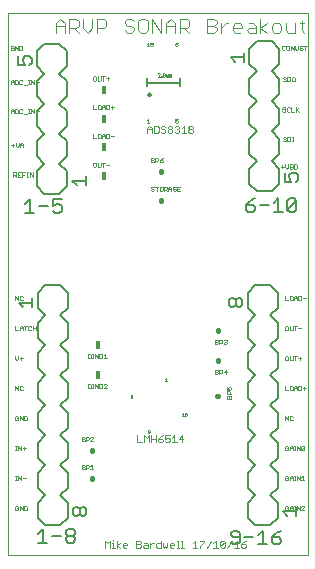
<source format=gto>
G75*
%MOIN*%
%OFA0B0*%
%FSLAX25Y25*%
%IPPOS*%
%LPD*%
%AMOC8*
5,1,8,0,0,1.08239X$1,22.5*
%
%ADD10C,0.00000*%
%ADD11C,0.00400*%
%ADD12C,0.00200*%
%ADD13C,0.00100*%
%ADD14C,0.00600*%
%ADD15C,0.00500*%
%ADD16C,0.01500*%
%ADD17R,0.01600X0.02800*%
%ADD18R,0.01500X0.03000*%
D10*
X0002000Y0001000D02*
X0002000Y0181800D01*
X0102000Y0181800D01*
X0102000Y0001000D01*
X0002000Y0001000D01*
D11*
X0018000Y0175300D02*
X0018000Y0178369D01*
X0019535Y0179904D01*
X0021069Y0178369D01*
X0021069Y0175300D01*
X0022604Y0175300D02*
X0022604Y0179904D01*
X0024906Y0179904D01*
X0025673Y0179137D01*
X0025673Y0177602D01*
X0024906Y0176835D01*
X0022604Y0176835D01*
X0021069Y0177602D02*
X0018000Y0177602D01*
X0024139Y0176835D02*
X0025673Y0175300D01*
X0027208Y0176835D02*
X0028742Y0175300D01*
X0030277Y0176835D01*
X0030277Y0179904D01*
X0031812Y0179904D02*
X0034114Y0179904D01*
X0034881Y0179137D01*
X0034881Y0177602D01*
X0034114Y0176835D01*
X0031812Y0176835D01*
X0031812Y0175300D02*
X0031812Y0179904D01*
X0027208Y0179904D02*
X0027208Y0176835D01*
X0041020Y0176067D02*
X0041787Y0175300D01*
X0043322Y0175300D01*
X0044089Y0176067D01*
X0044089Y0176835D01*
X0043322Y0177602D01*
X0041787Y0177602D01*
X0041020Y0178369D01*
X0041020Y0179137D01*
X0041787Y0179904D01*
X0043322Y0179904D01*
X0044089Y0179137D01*
X0045624Y0179137D02*
X0045624Y0176067D01*
X0046391Y0175300D01*
X0047926Y0175300D01*
X0048693Y0176067D01*
X0048693Y0179137D01*
X0047926Y0179904D01*
X0046391Y0179904D01*
X0045624Y0179137D01*
X0050227Y0179904D02*
X0050227Y0175300D01*
X0053297Y0175300D02*
X0050227Y0179904D01*
X0053297Y0179904D02*
X0053297Y0175300D01*
X0054831Y0175300D02*
X0054831Y0178369D01*
X0056366Y0179904D01*
X0057901Y0178369D01*
X0057901Y0175300D01*
X0059435Y0175300D02*
X0059435Y0179904D01*
X0061737Y0179904D01*
X0062505Y0179137D01*
X0062505Y0177602D01*
X0061737Y0176835D01*
X0059435Y0176835D01*
X0057901Y0177602D02*
X0054831Y0177602D01*
X0060970Y0176835D02*
X0062505Y0175300D01*
X0068643Y0175300D02*
X0070945Y0175300D01*
X0071712Y0176067D01*
X0071712Y0176835D01*
X0070945Y0177602D01*
X0068643Y0177602D01*
X0068643Y0179904D02*
X0070945Y0179904D01*
X0071712Y0179137D01*
X0071712Y0178369D01*
X0070945Y0177602D01*
X0073247Y0178369D02*
X0073247Y0175300D01*
X0073247Y0176835D02*
X0074782Y0178369D01*
X0075549Y0178369D01*
X0077084Y0177602D02*
X0077084Y0176067D01*
X0077851Y0175300D01*
X0079386Y0175300D01*
X0080153Y0176835D02*
X0077084Y0176835D01*
X0077084Y0177602D02*
X0077851Y0178369D01*
X0079386Y0178369D01*
X0080153Y0177602D01*
X0080153Y0176835D01*
X0081688Y0176067D02*
X0082455Y0176835D01*
X0084757Y0176835D01*
X0084757Y0177602D02*
X0084757Y0175300D01*
X0082455Y0175300D01*
X0081688Y0176067D01*
X0082455Y0178369D02*
X0083990Y0178369D01*
X0084757Y0177602D01*
X0086292Y0176835D02*
X0088594Y0178369D01*
X0090128Y0177602D02*
X0090128Y0176067D01*
X0090895Y0175300D01*
X0092430Y0175300D01*
X0093197Y0176067D01*
X0093197Y0177602D01*
X0092430Y0178369D01*
X0090895Y0178369D01*
X0090128Y0177602D01*
X0088594Y0175300D02*
X0086292Y0176835D01*
X0086292Y0175300D02*
X0086292Y0179904D01*
X0094732Y0178369D02*
X0094732Y0176067D01*
X0095499Y0175300D01*
X0097801Y0175300D01*
X0097801Y0178369D01*
X0099336Y0178369D02*
X0100871Y0178369D01*
X0100103Y0179137D02*
X0100103Y0176067D01*
X0100871Y0175300D01*
X0068643Y0175300D02*
X0068643Y0179904D01*
D12*
X0063463Y0144202D02*
X0062695Y0144202D01*
X0062312Y0143818D01*
X0062312Y0143435D01*
X0062695Y0143051D01*
X0063463Y0143051D01*
X0063846Y0142667D01*
X0063846Y0142284D01*
X0063463Y0141900D01*
X0062695Y0141900D01*
X0062312Y0142284D01*
X0062312Y0142667D01*
X0062695Y0143051D01*
X0063463Y0143051D02*
X0063846Y0143435D01*
X0063846Y0143818D01*
X0063463Y0144202D01*
X0061544Y0141900D02*
X0060010Y0141900D01*
X0060777Y0141900D02*
X0060777Y0144202D01*
X0060010Y0143435D01*
X0059242Y0143435D02*
X0058859Y0143051D01*
X0059242Y0142667D01*
X0059242Y0142284D01*
X0058859Y0141900D01*
X0058091Y0141900D01*
X0057708Y0142284D01*
X0056941Y0142284D02*
X0056941Y0142667D01*
X0056557Y0143051D01*
X0055790Y0143051D01*
X0055406Y0143435D01*
X0055406Y0143818D01*
X0055790Y0144202D01*
X0056557Y0144202D01*
X0056941Y0143818D01*
X0056941Y0143435D01*
X0056557Y0143051D01*
X0055790Y0143051D02*
X0055406Y0142667D01*
X0055406Y0142284D01*
X0055790Y0141900D01*
X0056557Y0141900D01*
X0056941Y0142284D01*
X0058475Y0143051D02*
X0058859Y0143051D01*
X0059242Y0143435D02*
X0059242Y0143818D01*
X0058859Y0144202D01*
X0058091Y0144202D01*
X0057708Y0143818D01*
X0054639Y0143818D02*
X0054255Y0144202D01*
X0053488Y0144202D01*
X0053104Y0143818D01*
X0053104Y0143435D01*
X0053488Y0143051D01*
X0054255Y0143051D01*
X0054639Y0142667D01*
X0054639Y0142284D01*
X0054255Y0141900D01*
X0053488Y0141900D01*
X0053104Y0142284D01*
X0052337Y0142284D02*
X0052337Y0143818D01*
X0051953Y0144202D01*
X0050802Y0144202D01*
X0050802Y0141900D01*
X0051953Y0141900D01*
X0052337Y0142284D01*
X0050035Y0141900D02*
X0050035Y0143435D01*
X0049267Y0144202D01*
X0048500Y0143435D01*
X0048500Y0141900D01*
X0048500Y0143051D02*
X0050035Y0143051D01*
X0049904Y0041002D02*
X0049904Y0038700D01*
X0049137Y0038700D02*
X0049137Y0041002D01*
X0048369Y0040235D01*
X0047602Y0041002D01*
X0047602Y0038700D01*
X0046835Y0038700D02*
X0045300Y0038700D01*
X0045300Y0041002D01*
X0049904Y0039851D02*
X0051439Y0039851D01*
X0052206Y0039851D02*
X0053357Y0039851D01*
X0053741Y0039467D01*
X0053741Y0039084D01*
X0053357Y0038700D01*
X0052590Y0038700D01*
X0052206Y0039084D01*
X0052206Y0039851D01*
X0052973Y0040618D01*
X0053741Y0041002D01*
X0054508Y0041002D02*
X0054508Y0039851D01*
X0055275Y0040235D01*
X0055659Y0040235D01*
X0056042Y0039851D01*
X0056042Y0039084D01*
X0055659Y0038700D01*
X0054891Y0038700D01*
X0054508Y0039084D01*
X0054508Y0041002D02*
X0056042Y0041002D01*
X0056810Y0040235D02*
X0057577Y0041002D01*
X0057577Y0038700D01*
X0056810Y0038700D02*
X0058344Y0038700D01*
X0059112Y0039851D02*
X0060646Y0039851D01*
X0060263Y0038700D02*
X0060263Y0041002D01*
X0059112Y0039851D01*
X0051439Y0041002D02*
X0051439Y0038700D01*
X0053016Y0005902D02*
X0053016Y0003600D01*
X0051865Y0003600D01*
X0051481Y0003984D01*
X0051481Y0004751D01*
X0051865Y0005135D01*
X0053016Y0005135D01*
X0053783Y0005135D02*
X0053783Y0003984D01*
X0054167Y0003600D01*
X0054550Y0003984D01*
X0054934Y0003600D01*
X0055318Y0003984D01*
X0055318Y0005135D01*
X0056085Y0004751D02*
X0056469Y0005135D01*
X0057236Y0005135D01*
X0057620Y0004751D01*
X0057620Y0004367D01*
X0056085Y0004367D01*
X0056085Y0003984D02*
X0056085Y0004751D01*
X0056085Y0003984D02*
X0056469Y0003600D01*
X0057236Y0003600D01*
X0058387Y0003600D02*
X0059154Y0003600D01*
X0058771Y0003600D02*
X0058771Y0005902D01*
X0058387Y0005902D01*
X0059922Y0005902D02*
X0060305Y0005902D01*
X0060305Y0003600D01*
X0059922Y0003600D02*
X0060689Y0003600D01*
X0063758Y0003600D02*
X0065293Y0003600D01*
X0066060Y0003600D02*
X0066060Y0003984D01*
X0067595Y0005518D01*
X0067595Y0005902D01*
X0066060Y0005902D01*
X0064525Y0005902D02*
X0064525Y0003600D01*
X0063758Y0005135D02*
X0064525Y0005902D01*
X0068362Y0003600D02*
X0069897Y0005902D01*
X0070664Y0005135D02*
X0071431Y0005902D01*
X0071431Y0003600D01*
X0070664Y0003600D02*
X0072199Y0003600D01*
X0072966Y0003984D02*
X0074501Y0005518D01*
X0074501Y0003984D01*
X0074117Y0003600D01*
X0073350Y0003600D01*
X0072966Y0003984D01*
X0072966Y0005518D01*
X0073350Y0005902D01*
X0074117Y0005902D01*
X0074501Y0005518D01*
X0075268Y0003600D02*
X0076803Y0005902D01*
X0077570Y0005135D02*
X0078337Y0005902D01*
X0078337Y0003600D01*
X0077570Y0003600D02*
X0079104Y0003600D01*
X0079872Y0003984D02*
X0080255Y0003600D01*
X0081023Y0003600D01*
X0081406Y0003984D01*
X0081406Y0004367D01*
X0081023Y0004751D01*
X0079872Y0004751D01*
X0079872Y0003984D01*
X0079872Y0004751D02*
X0080639Y0005518D01*
X0081406Y0005902D01*
X0050714Y0005135D02*
X0050330Y0005135D01*
X0049563Y0004367D01*
X0049563Y0003600D02*
X0049563Y0005135D01*
X0048795Y0004751D02*
X0048795Y0003600D01*
X0047644Y0003600D01*
X0047261Y0003984D01*
X0047644Y0004367D01*
X0048795Y0004367D01*
X0048795Y0004751D02*
X0048412Y0005135D01*
X0047644Y0005135D01*
X0046493Y0005135D02*
X0046493Y0005518D01*
X0046110Y0005902D01*
X0044959Y0005902D01*
X0044959Y0003600D01*
X0046110Y0003600D01*
X0046493Y0003984D01*
X0046493Y0004367D01*
X0046110Y0004751D01*
X0044959Y0004751D01*
X0046110Y0004751D02*
X0046493Y0005135D01*
X0041890Y0004751D02*
X0041890Y0004367D01*
X0040355Y0004367D01*
X0040355Y0003984D02*
X0040355Y0004751D01*
X0040739Y0005135D01*
X0041506Y0005135D01*
X0041890Y0004751D01*
X0041506Y0003600D02*
X0040739Y0003600D01*
X0040355Y0003984D01*
X0039588Y0003600D02*
X0038437Y0004367D01*
X0039588Y0005135D01*
X0038437Y0005902D02*
X0038437Y0003600D01*
X0037669Y0003600D02*
X0036902Y0003600D01*
X0037286Y0003600D02*
X0037286Y0005135D01*
X0036902Y0005135D01*
X0037286Y0005902D02*
X0037286Y0006286D01*
X0036135Y0005902D02*
X0036135Y0003600D01*
X0035367Y0005135D02*
X0036135Y0005902D01*
X0035367Y0005135D02*
X0034600Y0005902D01*
X0034600Y0003600D01*
D13*
X0030622Y0029675D02*
X0029622Y0029675D01*
X0030122Y0029675D02*
X0030122Y0031176D01*
X0029622Y0030676D01*
X0029149Y0030926D02*
X0028899Y0031176D01*
X0028148Y0031176D01*
X0028148Y0029675D01*
X0028148Y0030175D02*
X0028899Y0030175D01*
X0029149Y0030426D01*
X0029149Y0030926D01*
X0027676Y0030926D02*
X0027426Y0031176D01*
X0026675Y0031176D01*
X0026675Y0029675D01*
X0027426Y0029675D01*
X0027676Y0029925D01*
X0027676Y0030175D01*
X0027426Y0030426D01*
X0026675Y0030426D01*
X0027426Y0030426D02*
X0027676Y0030676D01*
X0027676Y0030926D01*
X0027426Y0039050D02*
X0026675Y0039050D01*
X0026675Y0040551D01*
X0027426Y0040551D01*
X0027676Y0040301D01*
X0027676Y0040051D01*
X0027426Y0039801D01*
X0026675Y0039801D01*
X0027426Y0039801D02*
X0027676Y0039550D01*
X0027676Y0039300D01*
X0027426Y0039050D01*
X0028148Y0039050D02*
X0028148Y0040551D01*
X0028899Y0040551D01*
X0029149Y0040301D01*
X0029149Y0039801D01*
X0028899Y0039550D01*
X0028148Y0039550D01*
X0029622Y0039050D02*
X0030622Y0040051D01*
X0030622Y0040301D01*
X0030372Y0040551D01*
X0029872Y0040551D01*
X0029622Y0040301D01*
X0029622Y0039050D02*
X0030622Y0039050D01*
X0030648Y0056700D02*
X0030148Y0056700D01*
X0030398Y0056700D02*
X0030398Y0058201D01*
X0030148Y0058201D02*
X0030648Y0058201D01*
X0031130Y0058201D02*
X0032131Y0056700D01*
X0032131Y0058201D01*
X0032603Y0058201D02*
X0033354Y0058201D01*
X0033604Y0057951D01*
X0033604Y0056950D01*
X0033354Y0056700D01*
X0032603Y0056700D01*
X0032603Y0058201D01*
X0034077Y0057951D02*
X0034327Y0058201D01*
X0034827Y0058201D01*
X0035078Y0057951D01*
X0035078Y0057701D01*
X0034077Y0056700D01*
X0035078Y0056700D01*
X0031130Y0056700D02*
X0031130Y0058201D01*
X0029676Y0057951D02*
X0029425Y0058201D01*
X0028675Y0058201D01*
X0028675Y0056700D01*
X0029425Y0056700D01*
X0029676Y0056950D01*
X0029676Y0057951D01*
X0029425Y0066700D02*
X0028675Y0066700D01*
X0028675Y0068201D01*
X0029425Y0068201D01*
X0029676Y0067951D01*
X0029676Y0066950D01*
X0029425Y0066700D01*
X0030148Y0066700D02*
X0030648Y0066700D01*
X0030398Y0066700D02*
X0030398Y0068201D01*
X0030148Y0068201D02*
X0030648Y0068201D01*
X0031130Y0068201D02*
X0032131Y0066700D01*
X0032131Y0068201D01*
X0032603Y0068201D02*
X0032603Y0066700D01*
X0033354Y0066700D01*
X0033604Y0066950D01*
X0033604Y0067951D01*
X0033354Y0068201D01*
X0032603Y0068201D01*
X0034077Y0067701D02*
X0034577Y0068201D01*
X0034577Y0066700D01*
X0034077Y0066700D02*
X0035078Y0066700D01*
X0031130Y0066700D02*
X0031130Y0068201D01*
X0043050Y0054451D02*
X0043050Y0054000D01*
X0043350Y0054151D01*
X0043500Y0054151D01*
X0043651Y0054000D01*
X0043651Y0053700D01*
X0043500Y0053550D01*
X0043200Y0053550D01*
X0043050Y0053700D01*
X0043050Y0054451D02*
X0043651Y0054451D01*
X0048900Y0042751D02*
X0048750Y0042601D01*
X0048750Y0042451D01*
X0048900Y0042300D01*
X0049351Y0042300D01*
X0049351Y0042000D02*
X0049351Y0042601D01*
X0049200Y0042751D01*
X0048900Y0042751D01*
X0048750Y0042000D02*
X0048900Y0041850D01*
X0049200Y0041850D01*
X0049351Y0042000D01*
X0060250Y0047550D02*
X0060851Y0047550D01*
X0060550Y0047550D02*
X0060550Y0048451D01*
X0060250Y0048151D01*
X0061171Y0048301D02*
X0061321Y0048451D01*
X0061621Y0048451D01*
X0061771Y0048301D01*
X0061771Y0048151D01*
X0061621Y0048000D01*
X0061771Y0047850D01*
X0061771Y0047700D01*
X0061621Y0047550D01*
X0061321Y0047550D01*
X0061171Y0047700D01*
X0061471Y0048000D02*
X0061621Y0048000D01*
X0055251Y0059150D02*
X0054650Y0059150D01*
X0054950Y0059150D02*
X0054950Y0060051D01*
X0054650Y0059751D01*
X0071130Y0061450D02*
X0071881Y0061450D01*
X0072131Y0061700D01*
X0072131Y0061950D01*
X0071881Y0062201D01*
X0071130Y0062201D01*
X0071130Y0062951D02*
X0071881Y0062951D01*
X0072131Y0062701D01*
X0072131Y0062451D01*
X0071881Y0062201D01*
X0072603Y0061950D02*
X0073354Y0061950D01*
X0073604Y0062201D01*
X0073604Y0062701D01*
X0073354Y0062951D01*
X0072603Y0062951D01*
X0072603Y0061450D01*
X0074077Y0062201D02*
X0075078Y0062201D01*
X0074827Y0062951D02*
X0074077Y0062201D01*
X0074827Y0062951D02*
X0074827Y0061450D01*
X0075049Y0057203D02*
X0075049Y0056202D01*
X0075799Y0056202D01*
X0075549Y0056702D01*
X0075549Y0056952D01*
X0075799Y0057203D01*
X0076300Y0057203D01*
X0076550Y0056952D01*
X0076550Y0056452D01*
X0076300Y0056202D01*
X0075799Y0055729D02*
X0076050Y0055479D01*
X0076050Y0054728D01*
X0076050Y0054256D02*
X0076300Y0054256D01*
X0076550Y0054006D01*
X0076550Y0053255D01*
X0075049Y0053255D01*
X0075049Y0054006D01*
X0075299Y0054256D01*
X0075549Y0054256D01*
X0075799Y0054006D01*
X0075799Y0053255D01*
X0075799Y0054006D02*
X0076050Y0054256D01*
X0076550Y0054728D02*
X0075049Y0054728D01*
X0075049Y0055479D01*
X0075299Y0055729D01*
X0075799Y0055729D01*
X0071130Y0061450D02*
X0071130Y0062951D01*
X0071130Y0071450D02*
X0071881Y0071450D01*
X0072131Y0071700D01*
X0072131Y0071950D01*
X0071881Y0072201D01*
X0071130Y0072201D01*
X0071130Y0072951D02*
X0071881Y0072951D01*
X0072131Y0072701D01*
X0072131Y0072451D01*
X0071881Y0072201D01*
X0072603Y0071950D02*
X0073354Y0071950D01*
X0073604Y0072201D01*
X0073604Y0072701D01*
X0073354Y0072951D01*
X0072603Y0072951D01*
X0072603Y0071450D01*
X0074077Y0071700D02*
X0074327Y0071450D01*
X0074827Y0071450D01*
X0075078Y0071700D01*
X0075078Y0071950D01*
X0074827Y0072201D01*
X0074577Y0072201D01*
X0074827Y0072201D02*
X0075078Y0072451D01*
X0075078Y0072701D01*
X0074827Y0072951D01*
X0074327Y0072951D01*
X0074077Y0072701D01*
X0071130Y0072951D02*
X0071130Y0071450D01*
X0094550Y0067301D02*
X0094550Y0066300D01*
X0094800Y0066050D01*
X0095301Y0066050D01*
X0095551Y0066300D01*
X0095551Y0067301D01*
X0095301Y0067551D01*
X0094800Y0067551D01*
X0094550Y0067301D01*
X0096023Y0067551D02*
X0096023Y0066300D01*
X0096273Y0066050D01*
X0096774Y0066050D01*
X0097024Y0066300D01*
X0097024Y0067551D01*
X0097497Y0067551D02*
X0098497Y0067551D01*
X0097997Y0067551D02*
X0097997Y0066050D01*
X0098970Y0066801D02*
X0099971Y0066801D01*
X0099470Y0067301D02*
X0099470Y0066300D01*
X0099720Y0057551D02*
X0098970Y0057551D01*
X0098970Y0056050D01*
X0099720Y0056050D01*
X0099971Y0056300D01*
X0099971Y0057301D01*
X0099720Y0057551D01*
X0100443Y0056801D02*
X0101444Y0056801D01*
X0100943Y0057301D02*
X0100943Y0056300D01*
X0098497Y0056050D02*
X0098497Y0057051D01*
X0097997Y0057551D01*
X0097497Y0057051D01*
X0097497Y0056050D01*
X0097024Y0056300D02*
X0097024Y0057301D01*
X0096774Y0057551D01*
X0096273Y0057551D01*
X0096023Y0057301D01*
X0096023Y0056300D01*
X0096273Y0056050D01*
X0096774Y0056050D01*
X0097024Y0056300D01*
X0097497Y0056801D02*
X0098497Y0056801D01*
X0095551Y0056050D02*
X0094550Y0056050D01*
X0094550Y0057551D01*
X0094550Y0047551D02*
X0095551Y0046050D01*
X0095551Y0047551D01*
X0096023Y0047301D02*
X0096273Y0047551D01*
X0096774Y0047551D01*
X0097024Y0047301D01*
X0096023Y0047301D02*
X0096023Y0046300D01*
X0096273Y0046050D01*
X0096774Y0046050D01*
X0097024Y0046300D01*
X0094550Y0046050D02*
X0094550Y0047551D01*
X0094800Y0037551D02*
X0094550Y0037301D01*
X0094550Y0036300D01*
X0094800Y0036050D01*
X0095301Y0036050D01*
X0095551Y0036300D01*
X0095551Y0036801D01*
X0095050Y0036801D01*
X0095551Y0037301D02*
X0095301Y0037551D01*
X0094800Y0037551D01*
X0096023Y0037051D02*
X0096023Y0036050D01*
X0096023Y0036801D02*
X0097024Y0036801D01*
X0097024Y0037051D02*
X0097024Y0036050D01*
X0097497Y0036050D02*
X0097997Y0036050D01*
X0097747Y0036050D02*
X0097747Y0037551D01*
X0097497Y0037551D02*
X0097997Y0037551D01*
X0098479Y0037551D02*
X0099480Y0036050D01*
X0099480Y0037551D01*
X0099952Y0037301D02*
X0099952Y0036300D01*
X0100953Y0037301D01*
X0100953Y0036300D01*
X0100703Y0036050D01*
X0100202Y0036050D01*
X0099952Y0036300D01*
X0099952Y0037301D02*
X0100202Y0037551D01*
X0100703Y0037551D01*
X0100953Y0037301D01*
X0098479Y0037551D02*
X0098479Y0036050D01*
X0097024Y0037051D02*
X0096524Y0037551D01*
X0096023Y0037051D01*
X0096524Y0027551D02*
X0097024Y0027051D01*
X0097024Y0026050D01*
X0097497Y0026050D02*
X0097997Y0026050D01*
X0097747Y0026050D02*
X0097747Y0027551D01*
X0097497Y0027551D02*
X0097997Y0027551D01*
X0098479Y0027551D02*
X0099480Y0026050D01*
X0099480Y0027551D01*
X0099952Y0027051D02*
X0100452Y0027551D01*
X0100452Y0026050D01*
X0099952Y0026050D02*
X0100953Y0026050D01*
X0098479Y0026050D02*
X0098479Y0027551D01*
X0097024Y0026801D02*
X0096023Y0026801D01*
X0096023Y0027051D02*
X0096524Y0027551D01*
X0096023Y0027051D02*
X0096023Y0026050D01*
X0095551Y0026300D02*
X0095551Y0026801D01*
X0095050Y0026801D01*
X0094550Y0027301D02*
X0094550Y0026300D01*
X0094800Y0026050D01*
X0095301Y0026050D01*
X0095551Y0026300D01*
X0095551Y0027301D02*
X0095301Y0027551D01*
X0094800Y0027551D01*
X0094550Y0027301D01*
X0094800Y0017551D02*
X0094550Y0017301D01*
X0094550Y0016300D01*
X0094800Y0016050D01*
X0095301Y0016050D01*
X0095551Y0016300D01*
X0095551Y0016801D01*
X0095050Y0016801D01*
X0095551Y0017301D02*
X0095301Y0017551D01*
X0094800Y0017551D01*
X0096023Y0017051D02*
X0096023Y0016050D01*
X0096023Y0016801D02*
X0097024Y0016801D01*
X0097024Y0017051D02*
X0097024Y0016050D01*
X0097497Y0016050D02*
X0097997Y0016050D01*
X0097747Y0016050D02*
X0097747Y0017551D01*
X0097497Y0017551D02*
X0097997Y0017551D01*
X0098479Y0017551D02*
X0099480Y0016050D01*
X0099480Y0017551D01*
X0099952Y0017301D02*
X0100202Y0017551D01*
X0100703Y0017551D01*
X0100953Y0017301D01*
X0100953Y0017051D01*
X0099952Y0016050D01*
X0100953Y0016050D01*
X0098479Y0016050D02*
X0098479Y0017551D01*
X0097024Y0017051D02*
X0096524Y0017551D01*
X0096023Y0017051D01*
X0096273Y0076050D02*
X0096774Y0076050D01*
X0097024Y0076300D01*
X0097024Y0077551D01*
X0097497Y0077551D02*
X0098497Y0077551D01*
X0097997Y0077551D02*
X0097997Y0076050D01*
X0098970Y0076801D02*
X0099971Y0076801D01*
X0096273Y0076050D02*
X0096023Y0076300D01*
X0096023Y0077551D01*
X0095551Y0077301D02*
X0095301Y0077551D01*
X0094800Y0077551D01*
X0094550Y0077301D01*
X0094550Y0076300D01*
X0094800Y0076050D01*
X0095301Y0076050D01*
X0095551Y0076300D01*
X0095551Y0077301D01*
X0095551Y0086050D02*
X0094550Y0086050D01*
X0094550Y0087551D01*
X0096023Y0087301D02*
X0096023Y0086300D01*
X0096273Y0086050D01*
X0096774Y0086050D01*
X0097024Y0086300D01*
X0097024Y0087301D01*
X0096774Y0087551D01*
X0096273Y0087551D01*
X0096023Y0087301D01*
X0097497Y0087051D02*
X0097997Y0087551D01*
X0098497Y0087051D01*
X0098497Y0086050D01*
X0098970Y0086050D02*
X0099720Y0086050D01*
X0099971Y0086300D01*
X0099971Y0087301D01*
X0099720Y0087551D01*
X0098970Y0087551D01*
X0098970Y0086050D01*
X0098497Y0086801D02*
X0097497Y0086801D01*
X0097497Y0087051D02*
X0097497Y0086050D01*
X0100443Y0086801D02*
X0101444Y0086801D01*
X0098320Y0129850D02*
X0098571Y0130100D01*
X0098571Y0131101D01*
X0098320Y0131351D01*
X0097570Y0131351D01*
X0097570Y0129850D01*
X0098320Y0129850D01*
X0097097Y0130100D02*
X0096847Y0129850D01*
X0096097Y0129850D01*
X0096097Y0131351D01*
X0096847Y0131351D01*
X0097097Y0131101D01*
X0097097Y0130851D01*
X0096847Y0130601D01*
X0096097Y0130601D01*
X0095624Y0130350D02*
X0095624Y0131351D01*
X0095624Y0130350D02*
X0095124Y0129850D01*
X0094623Y0130350D01*
X0094623Y0131351D01*
X0094151Y0130601D02*
X0093150Y0130601D01*
X0093650Y0131101D02*
X0093650Y0130100D01*
X0096847Y0130601D02*
X0097097Y0130350D01*
X0097097Y0130100D01*
X0097047Y0139050D02*
X0097047Y0140551D01*
X0096797Y0140551D02*
X0097297Y0140551D01*
X0096324Y0140301D02*
X0096074Y0140551D01*
X0095323Y0140551D01*
X0095323Y0139050D01*
X0096074Y0139050D01*
X0096324Y0139300D01*
X0096324Y0140301D01*
X0096797Y0139050D02*
X0097297Y0139050D01*
X0094851Y0139300D02*
X0094601Y0139050D01*
X0094100Y0139050D01*
X0093850Y0139300D01*
X0094100Y0139801D02*
X0094601Y0139801D01*
X0094851Y0139550D01*
X0094851Y0139300D01*
X0094100Y0139801D02*
X0093850Y0140051D01*
X0093850Y0140301D01*
X0094100Y0140551D01*
X0094601Y0140551D01*
X0094851Y0140301D01*
X0094401Y0148950D02*
X0093900Y0148950D01*
X0093650Y0149200D01*
X0093900Y0149701D02*
X0094401Y0149701D01*
X0094651Y0149450D01*
X0094651Y0149200D01*
X0094401Y0148950D01*
X0095123Y0149200D02*
X0095373Y0148950D01*
X0095874Y0148950D01*
X0096124Y0149200D01*
X0096597Y0148950D02*
X0096597Y0150451D01*
X0096124Y0150201D02*
X0095874Y0150451D01*
X0095373Y0150451D01*
X0095123Y0150201D01*
X0095123Y0149200D01*
X0094651Y0150201D02*
X0094401Y0150451D01*
X0093900Y0150451D01*
X0093650Y0150201D01*
X0093650Y0149951D01*
X0093900Y0149701D01*
X0096597Y0148950D02*
X0097597Y0148950D01*
X0098070Y0148950D02*
X0098070Y0150451D01*
X0098320Y0149701D02*
X0099071Y0148950D01*
X0098070Y0149450D02*
X0099071Y0150451D01*
X0097547Y0159050D02*
X0097047Y0159050D01*
X0096797Y0159300D01*
X0096797Y0160301D01*
X0097047Y0160551D01*
X0097547Y0160551D01*
X0097797Y0160301D01*
X0097797Y0159300D01*
X0097547Y0159050D01*
X0096324Y0159300D02*
X0096324Y0160301D01*
X0096074Y0160551D01*
X0095323Y0160551D01*
X0095323Y0159050D01*
X0096074Y0159050D01*
X0096324Y0159300D01*
X0094851Y0159300D02*
X0094601Y0159050D01*
X0094100Y0159050D01*
X0093850Y0159300D01*
X0094100Y0159801D02*
X0094601Y0159801D01*
X0094851Y0159550D01*
X0094851Y0159300D01*
X0094100Y0159801D02*
X0093850Y0160051D01*
X0093850Y0160301D01*
X0094100Y0160551D01*
X0094601Y0160551D01*
X0094851Y0160301D01*
X0095173Y0169450D02*
X0095674Y0169450D01*
X0095924Y0169700D01*
X0095924Y0170701D01*
X0095674Y0170951D01*
X0095173Y0170951D01*
X0094923Y0170701D01*
X0094923Y0169700D01*
X0095173Y0169450D01*
X0094451Y0169700D02*
X0094201Y0169450D01*
X0093700Y0169450D01*
X0093450Y0169700D01*
X0093450Y0170701D01*
X0093700Y0170951D01*
X0094201Y0170951D01*
X0094451Y0170701D01*
X0096397Y0170951D02*
X0096397Y0169450D01*
X0097397Y0169450D02*
X0096397Y0170951D01*
X0097397Y0170951D02*
X0097397Y0169450D01*
X0097870Y0169950D02*
X0097870Y0170951D01*
X0097870Y0169950D02*
X0098370Y0169450D01*
X0098871Y0169950D01*
X0098871Y0170951D01*
X0099343Y0170701D02*
X0099343Y0170451D01*
X0099593Y0170201D01*
X0100094Y0170201D01*
X0100344Y0169950D01*
X0100344Y0169700D01*
X0100094Y0169450D01*
X0099593Y0169450D01*
X0099343Y0169700D01*
X0099343Y0170701D02*
X0099593Y0170951D01*
X0100094Y0170951D01*
X0100344Y0170701D01*
X0100816Y0170951D02*
X0101817Y0170951D01*
X0101317Y0170951D02*
X0101317Y0169450D01*
X0059590Y0123951D02*
X0058590Y0123951D01*
X0058590Y0122450D01*
X0059590Y0122450D01*
X0059090Y0123201D02*
X0058590Y0123201D01*
X0058117Y0123201D02*
X0057617Y0123201D01*
X0058117Y0123201D02*
X0058117Y0122700D01*
X0057867Y0122450D01*
X0057366Y0122450D01*
X0057116Y0122700D01*
X0057116Y0123701D01*
X0057366Y0123951D01*
X0057867Y0123951D01*
X0058117Y0123701D01*
X0056644Y0123451D02*
X0056644Y0122450D01*
X0056644Y0123201D02*
X0055643Y0123201D01*
X0055643Y0123451D02*
X0056143Y0123951D01*
X0056644Y0123451D01*
X0055643Y0123451D02*
X0055643Y0122450D01*
X0055171Y0122450D02*
X0054670Y0122950D01*
X0054920Y0122950D02*
X0054170Y0122950D01*
X0054170Y0122450D02*
X0054170Y0123951D01*
X0054920Y0123951D01*
X0055171Y0123701D01*
X0055171Y0123201D01*
X0054920Y0122950D01*
X0053697Y0122700D02*
X0053697Y0123701D01*
X0053447Y0123951D01*
X0052947Y0123951D01*
X0052697Y0123701D01*
X0052697Y0122700D01*
X0052947Y0122450D01*
X0053447Y0122450D01*
X0053697Y0122700D01*
X0052224Y0123951D02*
X0051223Y0123951D01*
X0051724Y0123951D02*
X0051724Y0122450D01*
X0050751Y0122700D02*
X0050501Y0122450D01*
X0050000Y0122450D01*
X0049750Y0122700D01*
X0050000Y0123201D02*
X0050501Y0123201D01*
X0050751Y0122950D01*
X0050751Y0122700D01*
X0050000Y0123201D02*
X0049750Y0123451D01*
X0049750Y0123701D01*
X0050000Y0123951D01*
X0050501Y0123951D01*
X0050751Y0123701D01*
X0050501Y0132050D02*
X0049750Y0132050D01*
X0049750Y0133551D01*
X0050501Y0133551D01*
X0050751Y0133301D01*
X0050751Y0133051D01*
X0050501Y0132801D01*
X0049750Y0132801D01*
X0050501Y0132801D02*
X0050751Y0132550D01*
X0050751Y0132300D01*
X0050501Y0132050D01*
X0051223Y0132050D02*
X0051223Y0133551D01*
X0051974Y0133551D01*
X0052224Y0133301D01*
X0052224Y0132801D01*
X0051974Y0132550D01*
X0051223Y0132550D01*
X0052697Y0132300D02*
X0052947Y0132050D01*
X0053447Y0132050D01*
X0053697Y0132300D01*
X0053697Y0132550D01*
X0053447Y0132801D01*
X0052697Y0132801D01*
X0052697Y0132300D01*
X0052697Y0132801D02*
X0053197Y0133301D01*
X0053697Y0133551D01*
X0049260Y0145264D02*
X0048538Y0145264D01*
X0048899Y0145264D02*
X0048899Y0146346D01*
X0048538Y0145986D01*
X0052081Y0160619D02*
X0052803Y0161340D01*
X0052803Y0161520D01*
X0052623Y0161701D01*
X0052262Y0161701D01*
X0052081Y0161520D01*
X0052081Y0160619D02*
X0052803Y0160619D01*
X0053169Y0160619D02*
X0053349Y0160619D01*
X0053349Y0160799D01*
X0053169Y0160799D01*
X0053169Y0160619D01*
X0053713Y0160799D02*
X0053713Y0160979D01*
X0053893Y0161160D01*
X0054254Y0161160D01*
X0054434Y0160979D01*
X0054434Y0160799D01*
X0054254Y0160619D01*
X0053893Y0160619D01*
X0053713Y0160799D01*
X0053893Y0161160D02*
X0053713Y0161340D01*
X0053713Y0161520D01*
X0053893Y0161701D01*
X0054254Y0161701D01*
X0054434Y0161520D01*
X0054434Y0161340D01*
X0054254Y0161160D01*
X0054800Y0161340D02*
X0054800Y0160619D01*
X0055161Y0160619D02*
X0055161Y0161160D01*
X0055341Y0161340D01*
X0055522Y0161160D01*
X0055522Y0160619D01*
X0055888Y0160619D02*
X0055888Y0161340D01*
X0056068Y0161340D01*
X0056249Y0161160D01*
X0056429Y0161340D01*
X0056609Y0161160D01*
X0056609Y0160619D01*
X0056249Y0160619D02*
X0056249Y0161160D01*
X0055161Y0161160D02*
X0054981Y0161340D01*
X0054800Y0161340D01*
X0058167Y0170855D02*
X0058528Y0170855D01*
X0058708Y0171035D01*
X0058708Y0171215D01*
X0058528Y0171396D01*
X0057987Y0171396D01*
X0057987Y0171035D01*
X0058167Y0170855D01*
X0057987Y0171396D02*
X0058348Y0171756D01*
X0058708Y0171937D01*
X0050347Y0171756D02*
X0049626Y0171035D01*
X0049806Y0170855D01*
X0050167Y0170855D01*
X0050347Y0171035D01*
X0050347Y0171756D01*
X0050167Y0171937D01*
X0049806Y0171937D01*
X0049626Y0171756D01*
X0049626Y0171035D01*
X0049260Y0170855D02*
X0048538Y0170855D01*
X0048899Y0170855D02*
X0048899Y0171937D01*
X0048538Y0171576D01*
X0036943Y0150901D02*
X0036943Y0149900D01*
X0036443Y0150401D02*
X0037444Y0150401D01*
X0035971Y0150901D02*
X0035720Y0151151D01*
X0034970Y0151151D01*
X0034970Y0149650D01*
X0035720Y0149650D01*
X0035971Y0149900D01*
X0035971Y0150901D01*
X0034497Y0150651D02*
X0034497Y0149650D01*
X0034497Y0150401D02*
X0033497Y0150401D01*
X0033497Y0150651D02*
X0033997Y0151151D01*
X0034497Y0150651D01*
X0033497Y0150651D02*
X0033497Y0149650D01*
X0033024Y0149900D02*
X0032774Y0149650D01*
X0032273Y0149650D01*
X0032023Y0149900D01*
X0032023Y0150901D01*
X0032273Y0151151D01*
X0032774Y0151151D01*
X0033024Y0150901D01*
X0033024Y0149900D01*
X0031551Y0149650D02*
X0030550Y0149650D01*
X0030550Y0151151D01*
X0030800Y0159250D02*
X0031301Y0159250D01*
X0031551Y0159500D01*
X0031551Y0160501D01*
X0031301Y0160751D01*
X0030800Y0160751D01*
X0030550Y0160501D01*
X0030550Y0159500D01*
X0030800Y0159250D01*
X0032023Y0159500D02*
X0032273Y0159250D01*
X0032774Y0159250D01*
X0033024Y0159500D01*
X0033024Y0160751D01*
X0033497Y0160751D02*
X0034497Y0160751D01*
X0033997Y0160751D02*
X0033997Y0159250D01*
X0034970Y0160001D02*
X0035971Y0160001D01*
X0035470Y0160501D02*
X0035470Y0159500D01*
X0032023Y0159500D02*
X0032023Y0160751D01*
X0032273Y0141551D02*
X0032023Y0141301D01*
X0032023Y0140300D01*
X0032273Y0140050D01*
X0032774Y0140050D01*
X0033024Y0140300D01*
X0033024Y0141301D01*
X0032774Y0141551D01*
X0032273Y0141551D01*
X0033497Y0141051D02*
X0033497Y0140050D01*
X0033497Y0140801D02*
X0034497Y0140801D01*
X0034497Y0141051D02*
X0034497Y0140050D01*
X0034970Y0140050D02*
X0034970Y0141551D01*
X0035720Y0141551D01*
X0035971Y0141301D01*
X0035971Y0140300D01*
X0035720Y0140050D01*
X0034970Y0140050D01*
X0034497Y0141051D02*
X0033997Y0141551D01*
X0033497Y0141051D01*
X0031551Y0140050D02*
X0030550Y0140050D01*
X0030550Y0141551D01*
X0036443Y0140801D02*
X0037444Y0140801D01*
X0034497Y0131951D02*
X0033497Y0131951D01*
X0033024Y0131951D02*
X0033024Y0130700D01*
X0032774Y0130450D01*
X0032273Y0130450D01*
X0032023Y0130700D01*
X0032023Y0131951D01*
X0031551Y0131701D02*
X0031301Y0131951D01*
X0030800Y0131951D01*
X0030550Y0131701D01*
X0030550Y0130700D01*
X0030800Y0130450D01*
X0031301Y0130450D01*
X0031551Y0130700D01*
X0031551Y0131701D01*
X0033997Y0131951D02*
X0033997Y0130450D01*
X0034970Y0131201D02*
X0035971Y0131201D01*
X0057987Y0145445D02*
X0058167Y0145264D01*
X0058528Y0145264D01*
X0058708Y0145445D01*
X0058708Y0145805D01*
X0058528Y0145986D01*
X0058348Y0145986D01*
X0057987Y0145805D01*
X0057987Y0146346D01*
X0058708Y0146346D01*
X0012399Y0149101D02*
X0011398Y0149101D01*
X0011899Y0149601D02*
X0011899Y0148600D01*
X0010926Y0148350D02*
X0010926Y0149851D01*
X0009925Y0149851D02*
X0010926Y0148350D01*
X0009925Y0148350D02*
X0009925Y0149851D01*
X0009443Y0149851D02*
X0008943Y0149851D01*
X0009193Y0149851D02*
X0009193Y0148350D01*
X0008943Y0148350D02*
X0009443Y0148350D01*
X0008471Y0148100D02*
X0007470Y0148100D01*
X0006997Y0148600D02*
X0006747Y0148350D01*
X0006247Y0148350D01*
X0005997Y0148600D01*
X0005997Y0149601D01*
X0006247Y0149851D01*
X0006747Y0149851D01*
X0006997Y0149601D01*
X0005524Y0149601D02*
X0005274Y0149851D01*
X0004523Y0149851D01*
X0004523Y0148350D01*
X0005274Y0148350D01*
X0005524Y0148600D01*
X0005524Y0149601D01*
X0004051Y0149351D02*
X0004051Y0148350D01*
X0004051Y0149101D02*
X0003050Y0149101D01*
X0003050Y0149351D02*
X0003550Y0149851D01*
X0004051Y0149351D01*
X0003050Y0149351D02*
X0003050Y0148350D01*
X0003050Y0158050D02*
X0003050Y0159051D01*
X0003550Y0159551D01*
X0004051Y0159051D01*
X0004051Y0158050D01*
X0004523Y0158050D02*
X0004523Y0159551D01*
X0005274Y0159551D01*
X0005524Y0159301D01*
X0005524Y0158300D01*
X0005274Y0158050D01*
X0004523Y0158050D01*
X0004051Y0158801D02*
X0003050Y0158801D01*
X0005997Y0159301D02*
X0005997Y0158300D01*
X0006247Y0158050D01*
X0006747Y0158050D01*
X0006997Y0158300D01*
X0007470Y0157800D02*
X0008471Y0157800D01*
X0008943Y0158050D02*
X0009443Y0158050D01*
X0009193Y0158050D02*
X0009193Y0159551D01*
X0008943Y0159551D02*
X0009443Y0159551D01*
X0009925Y0159551D02*
X0010926Y0158050D01*
X0010926Y0159551D01*
X0011398Y0158801D02*
X0012399Y0158801D01*
X0009925Y0158050D02*
X0009925Y0159551D01*
X0006997Y0159301D02*
X0006747Y0159551D01*
X0006247Y0159551D01*
X0005997Y0159301D01*
X0005997Y0169350D02*
X0006747Y0169350D01*
X0006997Y0169600D01*
X0006997Y0170601D01*
X0006747Y0170851D01*
X0005997Y0170851D01*
X0005997Y0169350D01*
X0005524Y0169350D02*
X0005524Y0170851D01*
X0004523Y0170851D02*
X0004523Y0169350D01*
X0004051Y0169600D02*
X0004051Y0170101D01*
X0003550Y0170101D01*
X0003050Y0170601D02*
X0003300Y0170851D01*
X0003801Y0170851D01*
X0004051Y0170601D01*
X0004523Y0170851D02*
X0005524Y0169350D01*
X0004051Y0169600D02*
X0003801Y0169350D01*
X0003300Y0169350D01*
X0003050Y0169600D01*
X0003050Y0170601D01*
X0004723Y0138551D02*
X0004723Y0137550D01*
X0005224Y0137050D01*
X0005724Y0137550D01*
X0005724Y0138551D01*
X0006197Y0138051D02*
X0006697Y0138551D01*
X0007197Y0138051D01*
X0007197Y0137050D01*
X0007197Y0137801D02*
X0006197Y0137801D01*
X0006197Y0138051D02*
X0006197Y0137050D01*
X0004251Y0137801D02*
X0003250Y0137801D01*
X0003750Y0138301D02*
X0003750Y0137300D01*
X0003950Y0128651D02*
X0004701Y0128651D01*
X0004951Y0128401D01*
X0004951Y0127901D01*
X0004701Y0127650D01*
X0003950Y0127650D01*
X0003950Y0127150D02*
X0003950Y0128651D01*
X0004450Y0127650D02*
X0004951Y0127150D01*
X0005423Y0127150D02*
X0005423Y0128651D01*
X0006424Y0128651D01*
X0006897Y0128651D02*
X0007897Y0128651D01*
X0008370Y0128651D02*
X0008870Y0128651D01*
X0008620Y0128651D02*
X0008620Y0127150D01*
X0008370Y0127150D02*
X0008870Y0127150D01*
X0009352Y0127150D02*
X0009352Y0128651D01*
X0010353Y0127150D01*
X0010353Y0128651D01*
X0007397Y0127901D02*
X0006897Y0127901D01*
X0006897Y0128651D02*
X0006897Y0127150D01*
X0006424Y0127150D02*
X0005423Y0127150D01*
X0005423Y0127901D02*
X0005924Y0127901D01*
X0006273Y0087551D02*
X0006023Y0087301D01*
X0006023Y0086300D01*
X0006273Y0086050D01*
X0006774Y0086050D01*
X0007024Y0086300D01*
X0007024Y0087301D02*
X0006774Y0087551D01*
X0006273Y0087551D01*
X0005551Y0087551D02*
X0005551Y0086050D01*
X0004550Y0087551D01*
X0004550Y0086050D01*
X0004550Y0077551D02*
X0004550Y0076050D01*
X0005551Y0076050D01*
X0006023Y0076050D02*
X0006023Y0077051D01*
X0006524Y0077551D01*
X0007024Y0077051D01*
X0007024Y0076050D01*
X0007024Y0076801D02*
X0006023Y0076801D01*
X0007497Y0077551D02*
X0008497Y0077551D01*
X0007997Y0077551D02*
X0007997Y0076050D01*
X0008970Y0076300D02*
X0008970Y0077301D01*
X0009220Y0077551D01*
X0009720Y0077551D01*
X0009971Y0077301D01*
X0010443Y0077551D02*
X0010443Y0076050D01*
X0009971Y0076300D02*
X0009720Y0076050D01*
X0009220Y0076050D01*
X0008970Y0076300D01*
X0010443Y0076801D02*
X0011444Y0076801D01*
X0011444Y0077551D02*
X0011444Y0076050D01*
X0006524Y0067301D02*
X0006524Y0066300D01*
X0007024Y0066801D02*
X0006023Y0066801D01*
X0005551Y0066550D02*
X0005551Y0067551D01*
X0005551Y0066550D02*
X0005050Y0066050D01*
X0004550Y0066550D01*
X0004550Y0067551D01*
X0004550Y0057551D02*
X0005551Y0056050D01*
X0005551Y0057551D01*
X0006023Y0057301D02*
X0006023Y0056300D01*
X0006273Y0056050D01*
X0006774Y0056050D01*
X0007024Y0056300D01*
X0007024Y0057301D02*
X0006774Y0057551D01*
X0006273Y0057551D01*
X0006023Y0057301D01*
X0004550Y0057551D02*
X0004550Y0056050D01*
X0004800Y0047551D02*
X0004550Y0047301D01*
X0004550Y0046300D01*
X0004800Y0046050D01*
X0005301Y0046050D01*
X0005551Y0046300D01*
X0005551Y0046801D01*
X0005050Y0046801D01*
X0005551Y0047301D02*
X0005301Y0047551D01*
X0004800Y0047551D01*
X0006023Y0047551D02*
X0006023Y0046050D01*
X0007024Y0046050D02*
X0006023Y0047551D01*
X0007024Y0047551D02*
X0007024Y0046050D01*
X0007497Y0046050D02*
X0007497Y0047551D01*
X0008247Y0047551D01*
X0008497Y0047301D01*
X0008497Y0046300D01*
X0008247Y0046050D01*
X0007497Y0046050D01*
X0006533Y0037551D02*
X0006533Y0036050D01*
X0005532Y0037551D01*
X0005532Y0036050D01*
X0005050Y0036050D02*
X0004550Y0036050D01*
X0004800Y0036050D02*
X0004800Y0037551D01*
X0004550Y0037551D02*
X0005050Y0037551D01*
X0007005Y0036801D02*
X0008006Y0036801D01*
X0007506Y0037301D02*
X0007506Y0036300D01*
X0006533Y0027551D02*
X0006533Y0026050D01*
X0005532Y0027551D01*
X0005532Y0026050D01*
X0005050Y0026050D02*
X0004550Y0026050D01*
X0004800Y0026050D02*
X0004800Y0027551D01*
X0004550Y0027551D02*
X0005050Y0027551D01*
X0007005Y0026801D02*
X0008006Y0026801D01*
X0008247Y0017551D02*
X0007497Y0017551D01*
X0007497Y0016050D01*
X0008247Y0016050D01*
X0008497Y0016300D01*
X0008497Y0017301D01*
X0008247Y0017551D01*
X0007024Y0017551D02*
X0007024Y0016050D01*
X0006023Y0017551D01*
X0006023Y0016050D01*
X0005551Y0016300D02*
X0005551Y0016801D01*
X0005050Y0016801D01*
X0004550Y0017301D02*
X0004550Y0016300D01*
X0004800Y0016050D01*
X0005301Y0016050D01*
X0005551Y0016300D01*
X0005551Y0017301D02*
X0005301Y0017551D01*
X0004800Y0017551D01*
X0004550Y0017301D01*
D14*
X0012000Y0018500D02*
X0012000Y0013500D01*
X0014500Y0011000D01*
X0019500Y0011000D01*
X0022000Y0013500D01*
X0022000Y0018500D01*
X0019500Y0021000D01*
X0022000Y0023500D01*
X0022000Y0028500D01*
X0019500Y0031000D01*
X0022000Y0033500D01*
X0022000Y0038500D01*
X0019500Y0041000D01*
X0022000Y0043500D01*
X0022000Y0048500D01*
X0019500Y0051000D01*
X0022000Y0053500D01*
X0022000Y0058500D01*
X0019500Y0061000D01*
X0022000Y0063500D01*
X0022000Y0068500D01*
X0019500Y0071000D01*
X0022000Y0073500D01*
X0022000Y0078500D01*
X0019500Y0081000D01*
X0022000Y0083500D01*
X0022000Y0088500D01*
X0019500Y0091000D01*
X0014500Y0091000D01*
X0012000Y0088500D01*
X0012000Y0083500D01*
X0014500Y0081000D01*
X0012000Y0078500D01*
X0012000Y0073500D01*
X0014500Y0071000D01*
X0012000Y0068500D01*
X0012000Y0063500D01*
X0014500Y0061000D01*
X0012000Y0058500D01*
X0012000Y0053500D01*
X0014500Y0051000D01*
X0012000Y0048500D01*
X0012000Y0043500D01*
X0014500Y0041000D01*
X0012000Y0038500D01*
X0012000Y0033500D01*
X0014500Y0031000D01*
X0012000Y0028500D01*
X0012000Y0023500D01*
X0014500Y0021000D01*
X0012000Y0018500D01*
X0014300Y0121600D02*
X0011800Y0124100D01*
X0011800Y0129100D01*
X0014300Y0131600D01*
X0011800Y0134100D01*
X0011800Y0139100D01*
X0014300Y0141600D01*
X0011800Y0144100D01*
X0011800Y0149100D01*
X0014300Y0151600D01*
X0011800Y0154100D01*
X0011800Y0159100D01*
X0014300Y0161600D01*
X0011800Y0164100D01*
X0011800Y0169100D01*
X0014300Y0171600D01*
X0019300Y0171600D01*
X0021800Y0169100D01*
X0021800Y0164100D01*
X0019300Y0161600D01*
X0021800Y0159100D01*
X0021800Y0154100D01*
X0019300Y0151600D01*
X0021800Y0149100D01*
X0021800Y0144100D01*
X0019300Y0141600D01*
X0021800Y0139100D01*
X0021800Y0134100D01*
X0019300Y0131600D01*
X0021800Y0129100D01*
X0021800Y0124100D01*
X0019300Y0121600D01*
X0014300Y0121600D01*
X0082600Y0124900D02*
X0082600Y0129900D01*
X0085100Y0132400D01*
X0082600Y0134900D01*
X0082600Y0139900D01*
X0085100Y0142400D01*
X0082600Y0144900D01*
X0082600Y0149900D01*
X0085100Y0152400D01*
X0082600Y0154900D01*
X0082600Y0159900D01*
X0085100Y0162400D01*
X0082600Y0164900D01*
X0082600Y0169900D01*
X0085100Y0172400D01*
X0090100Y0172400D01*
X0092600Y0169900D01*
X0092600Y0164900D01*
X0090100Y0162400D01*
X0092600Y0159900D01*
X0092600Y0154900D01*
X0090100Y0152400D01*
X0092600Y0149900D01*
X0092600Y0144900D01*
X0090100Y0142400D01*
X0092600Y0139900D01*
X0092600Y0134900D01*
X0090100Y0132400D01*
X0092600Y0129900D01*
X0092600Y0124900D01*
X0090100Y0122400D01*
X0085100Y0122400D01*
X0082600Y0124900D01*
X0084500Y0091000D02*
X0089500Y0091000D01*
X0092000Y0088500D01*
X0092000Y0083500D01*
X0089500Y0081000D01*
X0092000Y0078500D01*
X0092000Y0073500D01*
X0089500Y0071000D01*
X0092000Y0068500D01*
X0092000Y0063500D01*
X0089500Y0061000D01*
X0092000Y0058500D01*
X0092000Y0053500D01*
X0089500Y0051000D01*
X0092000Y0048500D01*
X0092000Y0043500D01*
X0089500Y0041000D01*
X0092000Y0038500D01*
X0092000Y0033500D01*
X0089500Y0031000D01*
X0092000Y0028500D01*
X0092000Y0023500D01*
X0089500Y0021000D01*
X0092000Y0018500D01*
X0092000Y0013500D01*
X0089500Y0011000D01*
X0084500Y0011000D01*
X0082000Y0013500D01*
X0082000Y0018500D01*
X0084500Y0021000D01*
X0082000Y0023500D01*
X0082000Y0028500D01*
X0084500Y0031000D01*
X0082000Y0033500D01*
X0082000Y0038500D01*
X0084500Y0041000D01*
X0082000Y0043500D01*
X0082000Y0048500D01*
X0084500Y0051000D01*
X0082000Y0053500D01*
X0082000Y0058500D01*
X0084500Y0061000D01*
X0082000Y0063500D01*
X0082000Y0068500D01*
X0084500Y0071000D01*
X0082000Y0073500D01*
X0082000Y0078500D01*
X0084500Y0081000D01*
X0082000Y0083500D01*
X0082000Y0088500D01*
X0084500Y0091000D01*
D15*
X0080250Y0086002D02*
X0080250Y0084501D01*
X0079499Y0083750D01*
X0078749Y0083750D01*
X0077998Y0084501D01*
X0077998Y0086002D01*
X0078749Y0086753D01*
X0079499Y0086753D01*
X0080250Y0086002D01*
X0077998Y0086002D02*
X0077247Y0086753D01*
X0076497Y0086753D01*
X0075746Y0086002D01*
X0075746Y0084501D01*
X0076497Y0083750D01*
X0077247Y0083750D01*
X0077998Y0084501D01*
X0082226Y0115537D02*
X0081475Y0116288D01*
X0081475Y0117789D01*
X0083727Y0117789D01*
X0084478Y0117039D01*
X0084478Y0116288D01*
X0083727Y0115537D01*
X0082226Y0115537D01*
X0081475Y0117789D02*
X0082976Y0119291D01*
X0084478Y0120041D01*
X0086079Y0117789D02*
X0089081Y0117789D01*
X0090683Y0118540D02*
X0092184Y0120041D01*
X0092184Y0115537D01*
X0090683Y0115537D02*
X0093685Y0115537D01*
X0095287Y0116288D02*
X0098289Y0119291D01*
X0098289Y0116288D01*
X0097539Y0115537D01*
X0096037Y0115537D01*
X0095287Y0116288D01*
X0095287Y0119291D01*
X0096037Y0120041D01*
X0097539Y0120041D01*
X0098289Y0119291D01*
X0098099Y0125546D02*
X0098850Y0126297D01*
X0098850Y0127798D01*
X0098099Y0128549D01*
X0096598Y0128549D01*
X0095847Y0127798D01*
X0095847Y0127047D01*
X0096598Y0125546D01*
X0094346Y0125546D01*
X0094346Y0128549D01*
X0080850Y0165546D02*
X0080850Y0168549D01*
X0080850Y0167047D02*
X0076346Y0167047D01*
X0077847Y0165546D01*
X0059512Y0160175D02*
X0059512Y0158600D01*
X0059512Y0157419D01*
X0059512Y0158600D02*
X0059118Y0158600D01*
X0048488Y0158600D01*
X0048488Y0157419D01*
X0048488Y0158600D02*
X0048488Y0160175D01*
X0048882Y0154663D02*
X0048884Y0154702D01*
X0048890Y0154741D01*
X0048900Y0154779D01*
X0048913Y0154816D01*
X0048930Y0154851D01*
X0048950Y0154885D01*
X0048974Y0154916D01*
X0049001Y0154945D01*
X0049030Y0154971D01*
X0049062Y0154994D01*
X0049096Y0155014D01*
X0049132Y0155030D01*
X0049169Y0155042D01*
X0049208Y0155051D01*
X0049247Y0155056D01*
X0049286Y0155057D01*
X0049325Y0155054D01*
X0049364Y0155047D01*
X0049401Y0155036D01*
X0049438Y0155022D01*
X0049473Y0155004D01*
X0049506Y0154983D01*
X0049537Y0154958D01*
X0049565Y0154931D01*
X0049590Y0154901D01*
X0049612Y0154868D01*
X0049631Y0154834D01*
X0049646Y0154798D01*
X0049658Y0154760D01*
X0049666Y0154722D01*
X0049670Y0154683D01*
X0049670Y0154643D01*
X0049666Y0154604D01*
X0049658Y0154566D01*
X0049646Y0154528D01*
X0049631Y0154492D01*
X0049612Y0154458D01*
X0049590Y0154425D01*
X0049565Y0154395D01*
X0049537Y0154368D01*
X0049506Y0154343D01*
X0049473Y0154322D01*
X0049438Y0154304D01*
X0049401Y0154290D01*
X0049364Y0154279D01*
X0049325Y0154272D01*
X0049286Y0154269D01*
X0049247Y0154270D01*
X0049208Y0154275D01*
X0049169Y0154284D01*
X0049132Y0154296D01*
X0049096Y0154312D01*
X0049062Y0154332D01*
X0049030Y0154355D01*
X0049001Y0154381D01*
X0048974Y0154410D01*
X0048950Y0154441D01*
X0048930Y0154475D01*
X0048913Y0154510D01*
X0048900Y0154547D01*
X0048890Y0154585D01*
X0048884Y0154624D01*
X0048882Y0154663D01*
X0028050Y0127353D02*
X0028050Y0124350D01*
X0028050Y0125851D02*
X0023546Y0125851D01*
X0025047Y0124350D01*
X0020049Y0119679D02*
X0017046Y0119679D01*
X0017046Y0117427D01*
X0018547Y0118178D01*
X0019298Y0118178D01*
X0020049Y0117427D01*
X0020049Y0115926D01*
X0019298Y0115175D01*
X0017797Y0115175D01*
X0017046Y0115926D01*
X0015445Y0117427D02*
X0012442Y0117427D01*
X0010841Y0115175D02*
X0007838Y0115175D01*
X0009339Y0115175D02*
X0009339Y0119679D01*
X0007838Y0118178D01*
X0010250Y0086649D02*
X0010250Y0083646D01*
X0010250Y0085147D02*
X0005746Y0085147D01*
X0007247Y0083646D01*
X0024497Y0017149D02*
X0025247Y0017149D01*
X0025998Y0016398D01*
X0025998Y0014897D01*
X0025247Y0014146D01*
X0024497Y0014146D01*
X0023746Y0014897D01*
X0023746Y0016398D01*
X0024497Y0017149D01*
X0025998Y0016398D02*
X0026749Y0017149D01*
X0027499Y0017149D01*
X0028250Y0016398D01*
X0028250Y0014897D01*
X0027499Y0014146D01*
X0026749Y0014146D01*
X0025998Y0014897D01*
X0023710Y0009754D02*
X0022208Y0009754D01*
X0021458Y0009003D01*
X0021458Y0008253D01*
X0022208Y0007502D01*
X0023710Y0007502D01*
X0024460Y0006751D01*
X0024460Y0006001D01*
X0023710Y0005250D01*
X0022208Y0005250D01*
X0021458Y0006001D01*
X0021458Y0006751D01*
X0022208Y0007502D01*
X0023710Y0007502D02*
X0024460Y0008253D01*
X0024460Y0009003D01*
X0023710Y0009754D01*
X0019856Y0007502D02*
X0016854Y0007502D01*
X0015253Y0005250D02*
X0012250Y0005250D01*
X0013751Y0005250D02*
X0013751Y0009754D01*
X0012250Y0008253D01*
X0076334Y0008503D02*
X0076334Y0007753D01*
X0077085Y0007002D01*
X0079337Y0007002D01*
X0079337Y0005501D02*
X0079337Y0008503D01*
X0078586Y0009254D01*
X0077085Y0009254D01*
X0076334Y0008503D01*
X0076334Y0005501D02*
X0077085Y0004750D01*
X0078586Y0004750D01*
X0079337Y0005501D01*
X0080938Y0007002D02*
X0083941Y0007002D01*
X0085542Y0007753D02*
X0087043Y0009254D01*
X0087043Y0004750D01*
X0085542Y0004750D02*
X0088545Y0004750D01*
X0090146Y0005501D02*
X0090897Y0004750D01*
X0092398Y0004750D01*
X0093149Y0005501D01*
X0093149Y0006251D01*
X0092398Y0007002D01*
X0090146Y0007002D01*
X0090146Y0005501D01*
X0090146Y0007002D02*
X0091647Y0008503D01*
X0093149Y0009254D01*
X0095247Y0014250D02*
X0093746Y0015751D01*
X0098250Y0015751D01*
X0098250Y0014250D02*
X0098250Y0017253D01*
X0009299Y0164350D02*
X0010050Y0165101D01*
X0010050Y0166602D01*
X0009299Y0167353D01*
X0007798Y0167353D01*
X0007047Y0166602D01*
X0007047Y0165851D01*
X0007798Y0164350D01*
X0005546Y0164350D01*
X0005546Y0167353D01*
D16*
X0053200Y0129110D02*
X0053200Y0128890D01*
X0053200Y0119510D02*
X0053200Y0119290D01*
X0072000Y0076110D02*
X0072000Y0075890D01*
X0072000Y0066110D02*
X0072000Y0065890D01*
X0072110Y0054125D02*
X0071890Y0054125D01*
X0030125Y0036110D02*
X0030125Y0035890D01*
X0030125Y0026735D02*
X0030125Y0026515D01*
D17*
X0032000Y0061000D03*
X0032000Y0071000D03*
D18*
X0034000Y0127400D03*
X0034000Y0137000D03*
X0034000Y0146600D03*
X0034000Y0156200D03*
M02*

</source>
